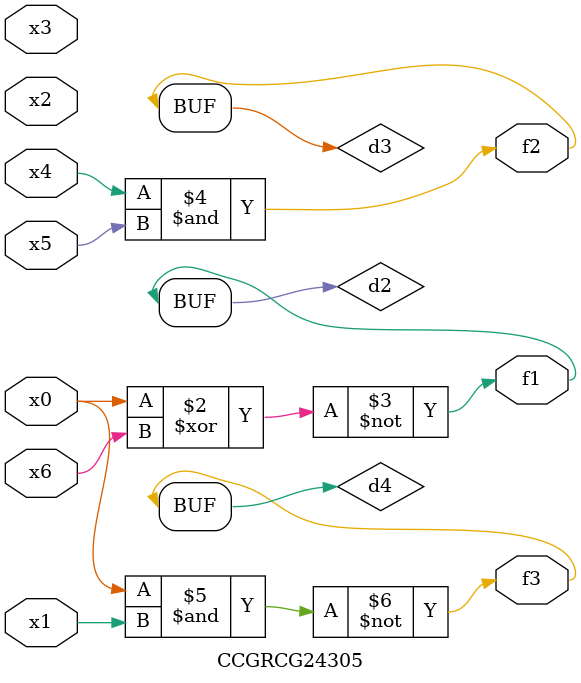
<source format=v>
module CCGRCG24305(
	input x0, x1, x2, x3, x4, x5, x6,
	output f1, f2, f3
);

	wire d1, d2, d3, d4;

	nor (d1, x0);
	xnor (d2, x0, x6);
	and (d3, x4, x5);
	nand (d4, x0, x1);
	assign f1 = d2;
	assign f2 = d3;
	assign f3 = d4;
endmodule

</source>
